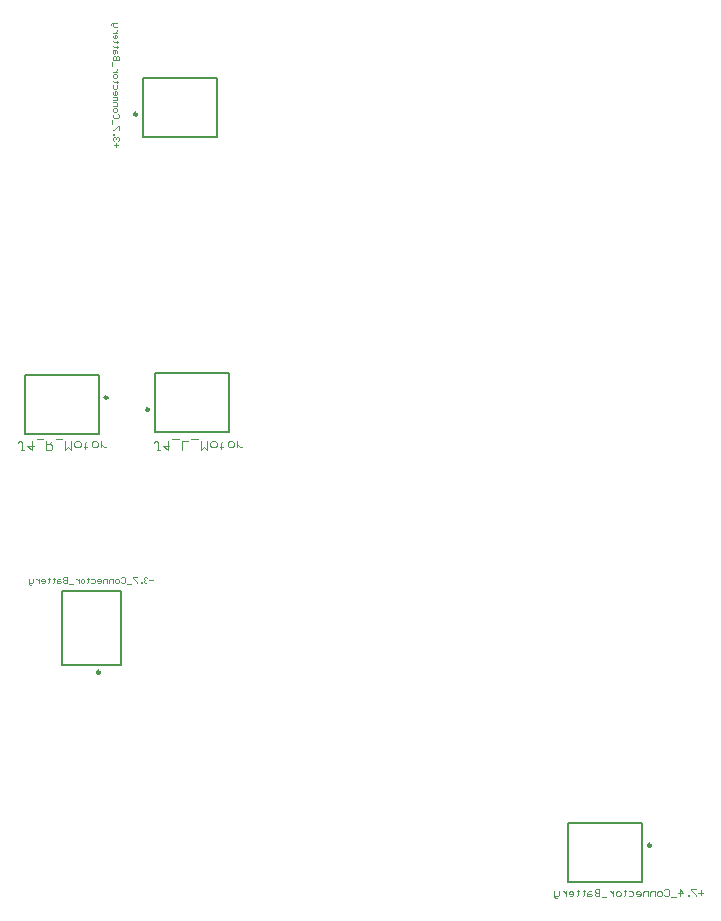
<source format=gbr>
G04*
G04 #@! TF.GenerationSoftware,Altium Limited,Altium Designer,23.9.2 (47)*
G04*
G04 Layer_Color=32896*
%FSLAX44Y44*%
%MOMM*%
G71*
G04*
G04 #@! TF.SameCoordinates,DC7A7723-1311-43B5-9009-1713E082842B*
G04*
G04*
G04 #@! TF.FilePolarity,Positive*
G04*
G01*
G75*
%ADD10C,0.2500*%
%ADD11C,0.2000*%
%ADD13C,0.1000*%
D10*
X142250Y242500D02*
G03*
X142250Y242500I-1250J0D01*
G01*
X173750Y715000D02*
G03*
X173750Y715000I-1250J0D01*
G01*
X183750Y465000D02*
G03*
X183750Y465000I-1250J0D01*
G01*
X148750Y475000D02*
G03*
X148750Y475000I-1250J0D01*
G01*
X608750Y96000D02*
G03*
X608750Y96000I-1250J0D01*
G01*
D11*
X110000Y248500D02*
Y311500D01*
Y248500D02*
X160000D01*
Y311500D01*
X110000D02*
X160000D01*
X178500Y746000D02*
X241500D01*
X178500Y696000D02*
Y746000D01*
Y696000D02*
X241500D01*
Y746000D01*
X188500Y496000D02*
X251500D01*
X188500Y446000D02*
Y496000D01*
Y446000D02*
X251500D01*
Y496000D01*
X78500Y444000D02*
X141500D01*
Y494000D01*
X78500D02*
X141500D01*
X78500Y444000D02*
Y494000D01*
X538500Y65000D02*
Y115000D01*
X601500D01*
Y65000D02*
Y115000D01*
X538500Y65000D02*
X601500D01*
D13*
X78010Y430335D02*
X75345D01*
X76677D01*
Y436999D01*
X75345Y438332D01*
X74012D01*
X72679Y436999D01*
X84675Y438332D02*
Y430335D01*
X80676Y434333D01*
X86008D01*
X88674Y439665D02*
X94005D01*
X96671Y438332D02*
Y430335D01*
X100670D01*
X102003Y431668D01*
Y434333D01*
X100670Y435666D01*
X96671D01*
X99337D02*
X102003Y438332D01*
X104668Y439665D02*
X110000D01*
X112666Y438332D02*
Y430335D01*
X115332Y433001D01*
X117997Y430335D01*
Y438332D01*
X121996D02*
X124662D01*
X125995Y436999D01*
Y434333D01*
X124662Y433001D01*
X121996D01*
X120663Y434333D01*
Y436999D01*
X121996Y438332D01*
X129994Y431668D02*
Y433001D01*
X128661D01*
X131327D01*
X129994D01*
Y436999D01*
X131327Y438332D01*
X136658D02*
X139324D01*
X140657Y436999D01*
Y434333D01*
X139324Y433001D01*
X136658D01*
X135325Y434333D01*
Y436999D01*
X136658Y438332D01*
X143323Y433001D02*
Y438332D01*
Y435666D01*
X144656Y434333D01*
X145988Y433001D01*
X147321D01*
X193010Y430335D02*
X190345D01*
X191677D01*
Y436999D01*
X190345Y438332D01*
X189012D01*
X187679Y436999D01*
X199675Y438332D02*
Y430335D01*
X195676Y434333D01*
X201008D01*
X203674Y439665D02*
X209005D01*
X211671Y430335D02*
Y438332D01*
X217003D01*
X219668Y439665D02*
X225000D01*
X227666Y438332D02*
Y430335D01*
X230332Y433001D01*
X232997Y430335D01*
Y438332D01*
X236996D02*
X239662D01*
X240995Y436999D01*
Y434333D01*
X239662Y433001D01*
X236996D01*
X235663Y434333D01*
Y436999D01*
X236996Y438332D01*
X244994Y431668D02*
Y433001D01*
X243661D01*
X246327D01*
X244994D01*
Y436999D01*
X246327Y438332D01*
X251658D02*
X254324D01*
X255657Y436999D01*
Y434333D01*
X254324Y433001D01*
X251658D01*
X250325Y434333D01*
Y436999D01*
X251658Y438332D01*
X258323Y433001D02*
Y438332D01*
Y435667D01*
X259655Y434333D01*
X260988Y433001D01*
X262321D01*
X187483Y320833D02*
X184151D01*
X182484Y322499D02*
X181651Y323332D01*
X179985D01*
X179152Y322499D01*
Y321666D01*
X179985Y320833D01*
X180818D01*
X179985D01*
X179152Y320000D01*
Y319167D01*
X179985Y318334D01*
X181651D01*
X182484Y319167D01*
X177486Y318334D02*
Y319167D01*
X176653D01*
Y318334D01*
X177486D01*
X173321Y323332D02*
X169988D01*
Y322499D01*
X173321Y319167D01*
Y318334D01*
X168322Y317501D02*
X164990D01*
X159992Y322499D02*
X160825Y323332D01*
X162491D01*
X163324Y322499D01*
Y319167D01*
X162491Y318334D01*
X160825D01*
X159992Y319167D01*
X157493Y318334D02*
X155827D01*
X154993Y319167D01*
Y320833D01*
X155827Y321666D01*
X157493D01*
X158326Y320833D01*
Y319167D01*
X157493Y318334D01*
X153327D02*
Y321666D01*
X150828D01*
X149995Y320833D01*
Y318334D01*
X148329D02*
Y321666D01*
X145830D01*
X144997Y320833D01*
Y318334D01*
X140831D02*
X142498D01*
X143331Y319167D01*
Y320833D01*
X142498Y321666D01*
X140831D01*
X139998Y320833D01*
Y320000D01*
X143331D01*
X135000Y321666D02*
X137499D01*
X138332Y320833D01*
Y319167D01*
X137499Y318334D01*
X135000D01*
X132501Y322499D02*
Y321666D01*
X133334D01*
X131668D01*
X132501D01*
Y319167D01*
X131668Y318334D01*
X128336D02*
X126669D01*
X125836Y319167D01*
Y320833D01*
X126669Y321666D01*
X128336D01*
X129169Y320833D01*
Y319167D01*
X128336Y318334D01*
X124170Y321666D02*
Y318334D01*
Y320000D01*
X123337Y320833D01*
X122504Y321666D01*
X121671D01*
X119172Y317501D02*
X115840D01*
X114173Y323332D02*
Y318334D01*
X111674D01*
X110841Y319167D01*
Y320000D01*
X111674Y320833D01*
X114173D01*
X111674D01*
X110841Y321666D01*
Y322499D01*
X111674Y323332D01*
X114173D01*
X108342Y321666D02*
X106676D01*
X105843Y320833D01*
Y318334D01*
X108342D01*
X109175Y319167D01*
X108342Y320000D01*
X105843D01*
X103344Y322499D02*
Y321666D01*
X104177D01*
X102511D01*
X103344D01*
Y319167D01*
X102511Y318334D01*
X99178Y322499D02*
Y321666D01*
X100011D01*
X98345D01*
X99178D01*
Y319167D01*
X98345Y318334D01*
X93347D02*
X95013D01*
X95846Y319167D01*
Y320833D01*
X95013Y321666D01*
X93347D01*
X92514Y320833D01*
Y320000D01*
X95846D01*
X90848Y321666D02*
Y318334D01*
Y320000D01*
X90015Y320833D01*
X89182Y321666D01*
X88349D01*
X85849D02*
Y319167D01*
X85016Y318334D01*
X82517D01*
Y317501D01*
X83350Y316668D01*
X84183D01*
X82517Y318334D02*
Y321666D01*
X652980Y56000D02*
X648981D01*
X650980Y57999D02*
Y54000D01*
X646982Y58999D02*
X642983D01*
Y57999D01*
X646982Y54000D01*
Y53001D01*
X640983D02*
Y54000D01*
X639984D01*
Y53001D01*
X640983D01*
X632986D02*
Y58999D01*
X635985Y56000D01*
X631986D01*
X629987Y52001D02*
X625988D01*
X619990Y57999D02*
X620990Y58999D01*
X622989D01*
X623989Y57999D01*
Y54000D01*
X622989Y53001D01*
X620990D01*
X619990Y54000D01*
X616991Y53001D02*
X614992D01*
X613992Y54000D01*
Y56000D01*
X614992Y56999D01*
X616991D01*
X617991Y56000D01*
Y54000D01*
X616991Y53001D01*
X611993D02*
Y56999D01*
X608994D01*
X607994Y56000D01*
Y53001D01*
X605995D02*
Y56999D01*
X602996D01*
X601996Y56000D01*
Y53001D01*
X596998D02*
X598997D01*
X599997Y54000D01*
Y56000D01*
X598997Y56999D01*
X596998D01*
X595998Y56000D01*
Y55000D01*
X599997D01*
X590000Y56999D02*
X592999D01*
X593999Y56000D01*
Y54000D01*
X592999Y53001D01*
X590000D01*
X587001Y57999D02*
Y56999D01*
X588001D01*
X586001D01*
X587001D01*
Y54000D01*
X586001Y53001D01*
X582003D02*
X580003D01*
X579003Y54000D01*
Y56000D01*
X580003Y56999D01*
X582003D01*
X583002Y56000D01*
Y54000D01*
X582003Y53001D01*
X577004Y56999D02*
Y53001D01*
Y55000D01*
X576004Y56000D01*
X575005Y56999D01*
X574005D01*
X571006Y52001D02*
X567007D01*
X565008Y58999D02*
Y53001D01*
X562009D01*
X561009Y54000D01*
Y55000D01*
X562009Y56000D01*
X565008D01*
X562009D01*
X561009Y56999D01*
Y57999D01*
X562009Y58999D01*
X565008D01*
X558010Y56999D02*
X556011D01*
X555011Y56000D01*
Y53001D01*
X558010D01*
X559010Y54000D01*
X558010Y55000D01*
X555011D01*
X552012Y57999D02*
Y56999D01*
X553012D01*
X551013D01*
X552012D01*
Y54000D01*
X551013Y53001D01*
X547014Y57999D02*
Y56999D01*
X548014D01*
X546014D01*
X547014D01*
Y54000D01*
X546014Y53001D01*
X540016D02*
X542016D01*
X543015Y54000D01*
Y56000D01*
X542016Y56999D01*
X540016D01*
X539016Y56000D01*
Y55000D01*
X543015D01*
X537017Y56999D02*
Y53001D01*
Y55000D01*
X536017Y56000D01*
X535018Y56999D01*
X534018D01*
X531019D02*
Y54000D01*
X530019Y53001D01*
X527020D01*
Y52001D01*
X528020Y51001D01*
X529020D01*
X527020Y53001D02*
Y56999D01*
X155833Y687517D02*
Y690849D01*
X157499Y689183D02*
X154167D01*
X157499Y692515D02*
X158332Y693348D01*
Y695015D01*
X157499Y695848D01*
X156666D01*
X155833Y695015D01*
Y694182D01*
Y695015D01*
X155000Y695848D01*
X154167D01*
X153334Y695015D01*
Y693348D01*
X154167Y692515D01*
X153334Y697514D02*
X154167D01*
Y698347D01*
X153334D01*
Y697514D01*
X158332Y701679D02*
Y705011D01*
X157499D01*
X154167Y701679D01*
X153334D01*
X152501Y706677D02*
Y710010D01*
X157499Y715008D02*
X158332Y714175D01*
Y712509D01*
X157499Y711676D01*
X154167D01*
X153334Y712509D01*
Y714175D01*
X154167Y715008D01*
X153334Y717507D02*
Y719173D01*
X154167Y720006D01*
X155833D01*
X156666Y719173D01*
Y717507D01*
X155833Y716674D01*
X154167D01*
X153334Y717507D01*
Y721673D02*
X156666D01*
Y724172D01*
X155833Y725005D01*
X153334D01*
Y726671D02*
X156666D01*
Y729170D01*
X155833Y730003D01*
X153334D01*
Y734168D02*
Y732502D01*
X154167Y731669D01*
X155833D01*
X156666Y732502D01*
Y734168D01*
X155833Y735002D01*
X155000D01*
Y731669D01*
X156666Y740000D02*
Y737501D01*
X155833Y736668D01*
X154167D01*
X153334Y737501D01*
Y740000D01*
X157499Y742499D02*
X156666D01*
Y741666D01*
Y743332D01*
Y742499D01*
X154167D01*
X153334Y743332D01*
Y746665D02*
Y748331D01*
X154167Y749164D01*
X155833D01*
X156666Y748331D01*
Y746665D01*
X155833Y745831D01*
X154167D01*
X153334Y746665D01*
X156666Y750830D02*
X153334D01*
X155000D01*
X155833Y751663D01*
X156666Y752496D01*
Y753329D01*
X152501Y755828D02*
Y759160D01*
X158332Y760826D02*
X153334D01*
Y763326D01*
X154167Y764159D01*
X155000D01*
X155833Y763326D01*
Y760826D01*
Y763326D01*
X156666Y764159D01*
X157499D01*
X158332Y763326D01*
Y760826D01*
X156666Y766658D02*
Y768324D01*
X155833Y769157D01*
X153334D01*
Y766658D01*
X154167Y765825D01*
X155000Y766658D01*
Y769157D01*
X157499Y771656D02*
X156666D01*
Y770823D01*
Y772489D01*
Y771656D01*
X154167D01*
X153334Y772489D01*
X157499Y775822D02*
X156666D01*
Y774988D01*
Y776655D01*
Y775822D01*
X154167D01*
X153334Y776655D01*
Y781653D02*
Y779987D01*
X154167Y779154D01*
X155833D01*
X156666Y779987D01*
Y781653D01*
X155833Y782486D01*
X155000D01*
Y779154D01*
X156666Y784152D02*
X153334D01*
X155000D01*
X155833Y784985D01*
X156666Y785818D01*
Y786651D01*
Y789151D02*
X154167D01*
X153334Y789984D01*
Y792483D01*
X152501D01*
X151668Y791650D01*
Y790817D01*
X153334Y792483D02*
X156666D01*
M02*

</source>
